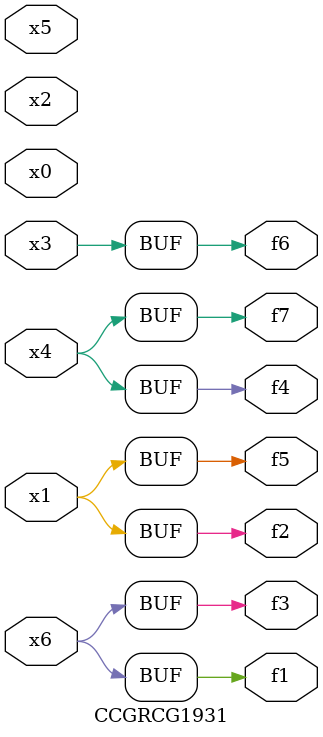
<source format=v>
module CCGRCG1931(
	input x0, x1, x2, x3, x4, x5, x6,
	output f1, f2, f3, f4, f5, f6, f7
);
	assign f1 = x6;
	assign f2 = x1;
	assign f3 = x6;
	assign f4 = x4;
	assign f5 = x1;
	assign f6 = x3;
	assign f7 = x4;
endmodule

</source>
